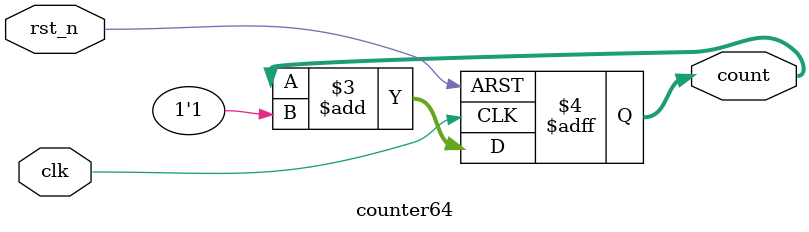
<source format=v>

module counter64 (
    input wire clk,       // 时钟信号
    input wire rst_n,     // 复位信号，低电平有效
    output reg [63:0] count // 64位计数器输出
);

always @(posedge clk or negedge rst_n) begin
    if (!rst_n)
        count <= 64'b0; // 复位时计数器清零
    else
        count <= count + 1'b1; // 每个时钟周期计数器加1
end


endmodule
</source>
